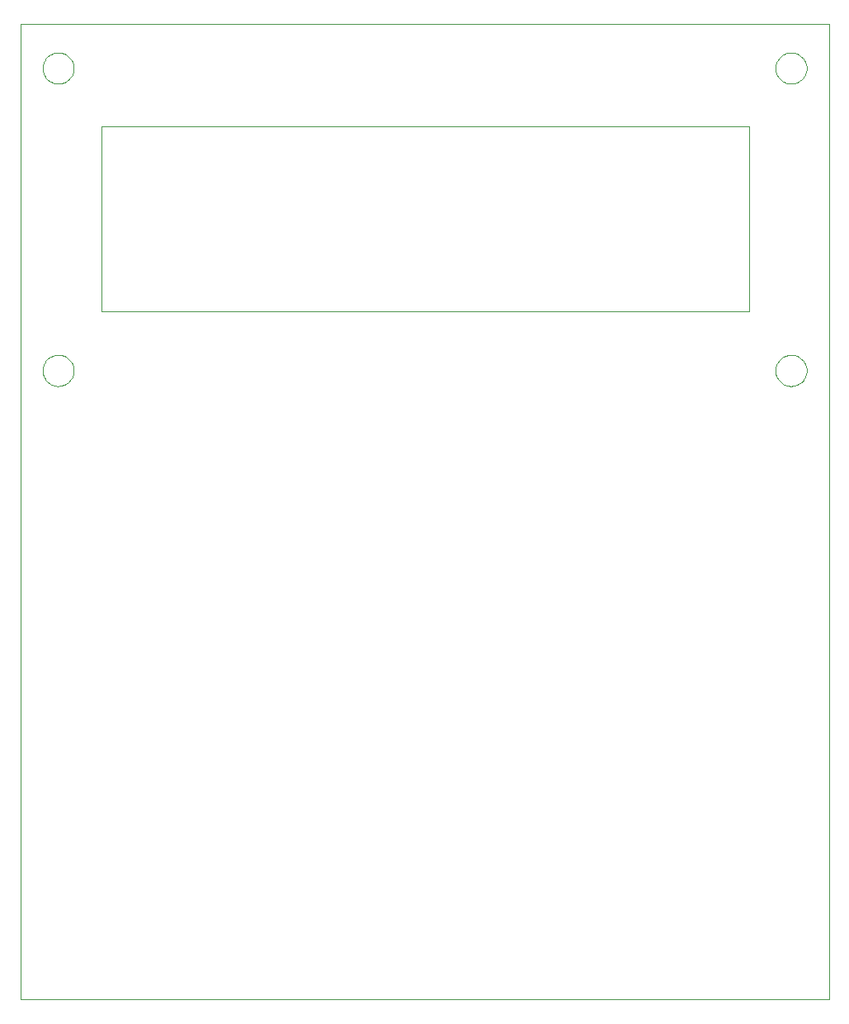
<source format=gtp>
G75*
G70*
%OFA0B0*%
%FSLAX24Y24*%
%IPPOS*%
%LPD*%
%AMOC8*
5,1,8,0,0,1.08239X$1,22.5*
%
%ADD10C,0.0000*%
D10*
X000100Y000100D02*
X000100Y039470D01*
X032777Y039470D01*
X032777Y000100D01*
X000100Y000100D01*
X001005Y025494D02*
X001007Y025544D01*
X001013Y025594D01*
X001023Y025643D01*
X001037Y025691D01*
X001054Y025738D01*
X001075Y025783D01*
X001100Y025827D01*
X001128Y025868D01*
X001160Y025907D01*
X001194Y025944D01*
X001231Y025978D01*
X001271Y026008D01*
X001313Y026035D01*
X001357Y026059D01*
X001403Y026080D01*
X001450Y026096D01*
X001498Y026109D01*
X001548Y026118D01*
X001597Y026123D01*
X001648Y026124D01*
X001698Y026121D01*
X001747Y026114D01*
X001796Y026103D01*
X001844Y026088D01*
X001890Y026070D01*
X001935Y026048D01*
X001978Y026022D01*
X002019Y025993D01*
X002058Y025961D01*
X002094Y025926D01*
X002126Y025888D01*
X002156Y025848D01*
X002183Y025805D01*
X002206Y025761D01*
X002225Y025715D01*
X002241Y025667D01*
X002253Y025618D01*
X002261Y025569D01*
X002265Y025519D01*
X002265Y025469D01*
X002261Y025419D01*
X002253Y025370D01*
X002241Y025321D01*
X002225Y025273D01*
X002206Y025227D01*
X002183Y025183D01*
X002156Y025140D01*
X002126Y025100D01*
X002094Y025062D01*
X002058Y025027D01*
X002019Y024995D01*
X001978Y024966D01*
X001935Y024940D01*
X001890Y024918D01*
X001844Y024900D01*
X001796Y024885D01*
X001747Y024874D01*
X001698Y024867D01*
X001648Y024864D01*
X001597Y024865D01*
X001548Y024870D01*
X001498Y024879D01*
X001450Y024892D01*
X001403Y024908D01*
X001357Y024929D01*
X001313Y024953D01*
X001271Y024980D01*
X001231Y025010D01*
X001194Y025044D01*
X001160Y025081D01*
X001128Y025120D01*
X001100Y025161D01*
X001075Y025205D01*
X001054Y025250D01*
X001037Y025297D01*
X001023Y025345D01*
X001013Y025394D01*
X001007Y025444D01*
X001005Y025494D01*
X003368Y027895D02*
X029549Y027895D01*
X029549Y035336D01*
X003368Y035336D01*
X003368Y027895D01*
X001005Y037698D02*
X001007Y037748D01*
X001013Y037798D01*
X001023Y037847D01*
X001037Y037895D01*
X001054Y037942D01*
X001075Y037987D01*
X001100Y038031D01*
X001128Y038072D01*
X001160Y038111D01*
X001194Y038148D01*
X001231Y038182D01*
X001271Y038212D01*
X001313Y038239D01*
X001357Y038263D01*
X001403Y038284D01*
X001450Y038300D01*
X001498Y038313D01*
X001548Y038322D01*
X001597Y038327D01*
X001648Y038328D01*
X001698Y038325D01*
X001747Y038318D01*
X001796Y038307D01*
X001844Y038292D01*
X001890Y038274D01*
X001935Y038252D01*
X001978Y038226D01*
X002019Y038197D01*
X002058Y038165D01*
X002094Y038130D01*
X002126Y038092D01*
X002156Y038052D01*
X002183Y038009D01*
X002206Y037965D01*
X002225Y037919D01*
X002241Y037871D01*
X002253Y037822D01*
X002261Y037773D01*
X002265Y037723D01*
X002265Y037673D01*
X002261Y037623D01*
X002253Y037574D01*
X002241Y037525D01*
X002225Y037477D01*
X002206Y037431D01*
X002183Y037387D01*
X002156Y037344D01*
X002126Y037304D01*
X002094Y037266D01*
X002058Y037231D01*
X002019Y037199D01*
X001978Y037170D01*
X001935Y037144D01*
X001890Y037122D01*
X001844Y037104D01*
X001796Y037089D01*
X001747Y037078D01*
X001698Y037071D01*
X001648Y037068D01*
X001597Y037069D01*
X001548Y037074D01*
X001498Y037083D01*
X001450Y037096D01*
X001403Y037112D01*
X001357Y037133D01*
X001313Y037157D01*
X001271Y037184D01*
X001231Y037214D01*
X001194Y037248D01*
X001160Y037285D01*
X001128Y037324D01*
X001100Y037365D01*
X001075Y037409D01*
X001054Y037454D01*
X001037Y037501D01*
X001023Y037549D01*
X001013Y037598D01*
X001007Y037648D01*
X001005Y037698D01*
X030612Y037698D02*
X030614Y037748D01*
X030620Y037798D01*
X030630Y037847D01*
X030644Y037895D01*
X030661Y037942D01*
X030682Y037987D01*
X030707Y038031D01*
X030735Y038072D01*
X030767Y038111D01*
X030801Y038148D01*
X030838Y038182D01*
X030878Y038212D01*
X030920Y038239D01*
X030964Y038263D01*
X031010Y038284D01*
X031057Y038300D01*
X031105Y038313D01*
X031155Y038322D01*
X031204Y038327D01*
X031255Y038328D01*
X031305Y038325D01*
X031354Y038318D01*
X031403Y038307D01*
X031451Y038292D01*
X031497Y038274D01*
X031542Y038252D01*
X031585Y038226D01*
X031626Y038197D01*
X031665Y038165D01*
X031701Y038130D01*
X031733Y038092D01*
X031763Y038052D01*
X031790Y038009D01*
X031813Y037965D01*
X031832Y037919D01*
X031848Y037871D01*
X031860Y037822D01*
X031868Y037773D01*
X031872Y037723D01*
X031872Y037673D01*
X031868Y037623D01*
X031860Y037574D01*
X031848Y037525D01*
X031832Y037477D01*
X031813Y037431D01*
X031790Y037387D01*
X031763Y037344D01*
X031733Y037304D01*
X031701Y037266D01*
X031665Y037231D01*
X031626Y037199D01*
X031585Y037170D01*
X031542Y037144D01*
X031497Y037122D01*
X031451Y037104D01*
X031403Y037089D01*
X031354Y037078D01*
X031305Y037071D01*
X031255Y037068D01*
X031204Y037069D01*
X031155Y037074D01*
X031105Y037083D01*
X031057Y037096D01*
X031010Y037112D01*
X030964Y037133D01*
X030920Y037157D01*
X030878Y037184D01*
X030838Y037214D01*
X030801Y037248D01*
X030767Y037285D01*
X030735Y037324D01*
X030707Y037365D01*
X030682Y037409D01*
X030661Y037454D01*
X030644Y037501D01*
X030630Y037549D01*
X030620Y037598D01*
X030614Y037648D01*
X030612Y037698D01*
X030612Y025494D02*
X030614Y025544D01*
X030620Y025594D01*
X030630Y025643D01*
X030644Y025691D01*
X030661Y025738D01*
X030682Y025783D01*
X030707Y025827D01*
X030735Y025868D01*
X030767Y025907D01*
X030801Y025944D01*
X030838Y025978D01*
X030878Y026008D01*
X030920Y026035D01*
X030964Y026059D01*
X031010Y026080D01*
X031057Y026096D01*
X031105Y026109D01*
X031155Y026118D01*
X031204Y026123D01*
X031255Y026124D01*
X031305Y026121D01*
X031354Y026114D01*
X031403Y026103D01*
X031451Y026088D01*
X031497Y026070D01*
X031542Y026048D01*
X031585Y026022D01*
X031626Y025993D01*
X031665Y025961D01*
X031701Y025926D01*
X031733Y025888D01*
X031763Y025848D01*
X031790Y025805D01*
X031813Y025761D01*
X031832Y025715D01*
X031848Y025667D01*
X031860Y025618D01*
X031868Y025569D01*
X031872Y025519D01*
X031872Y025469D01*
X031868Y025419D01*
X031860Y025370D01*
X031848Y025321D01*
X031832Y025273D01*
X031813Y025227D01*
X031790Y025183D01*
X031763Y025140D01*
X031733Y025100D01*
X031701Y025062D01*
X031665Y025027D01*
X031626Y024995D01*
X031585Y024966D01*
X031542Y024940D01*
X031497Y024918D01*
X031451Y024900D01*
X031403Y024885D01*
X031354Y024874D01*
X031305Y024867D01*
X031255Y024864D01*
X031204Y024865D01*
X031155Y024870D01*
X031105Y024879D01*
X031057Y024892D01*
X031010Y024908D01*
X030964Y024929D01*
X030920Y024953D01*
X030878Y024980D01*
X030838Y025010D01*
X030801Y025044D01*
X030767Y025081D01*
X030735Y025120D01*
X030707Y025161D01*
X030682Y025205D01*
X030661Y025250D01*
X030644Y025297D01*
X030630Y025345D01*
X030620Y025394D01*
X030614Y025444D01*
X030612Y025494D01*
M02*

</source>
